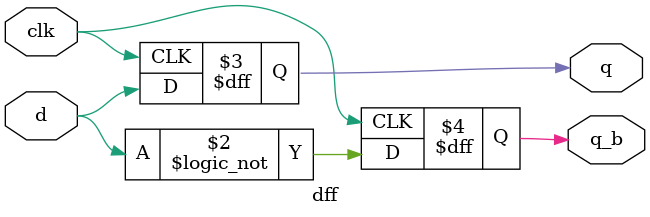
<source format=v>
module dff( d,clk,q,q_b);
input d,clk;		// Define the input
output q,q_b;		// Define the output
wire d,clk;		// To use as input, the signals must be declared as wire
reg q,q_b;		// To use as output, the signals must be declared as resgister

// Wire is used for signals that just connect two points
// Registers are sued to define signals that need to store and output the signals

always@(posedge clk)	// During the positive edge of clock
begin
	q<=d;		// Assigns q to D
	q_b<= !d;	// Assigns q_b to not of D
end
endmodule




</source>
